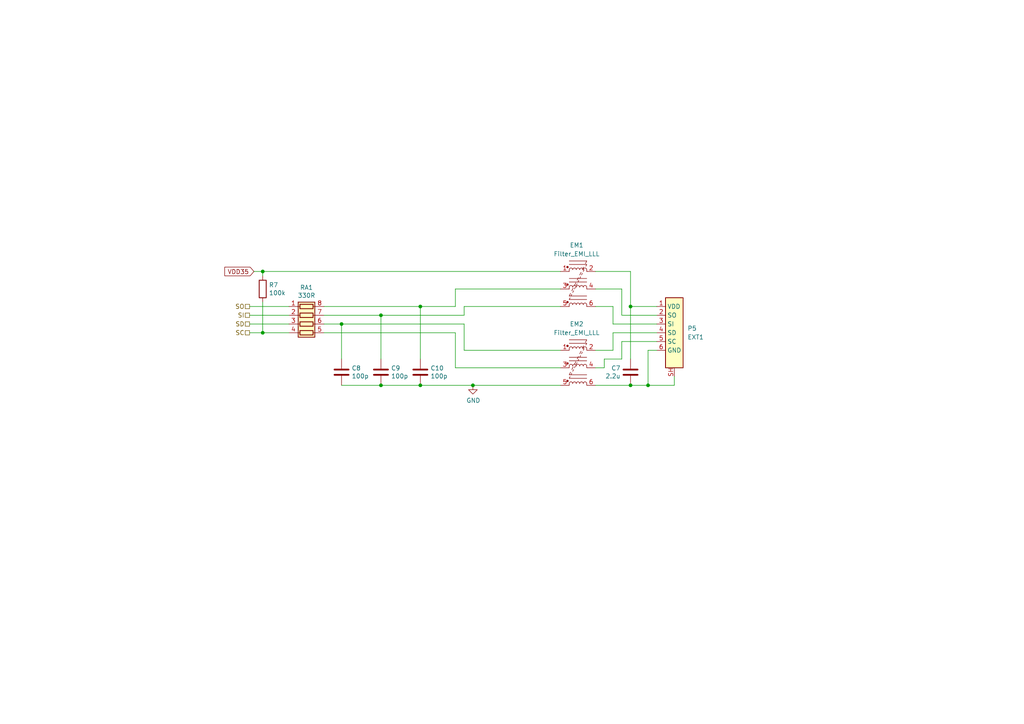
<source format=kicad_sch>
(kicad_sch (version 20230121) (generator eeschema)
  (paper "A4")
  (title_block (title "AGS-CPU-11") (date "2022-01-02") (rev "D") (company "https://gekkio.fi") (comment 1 "https://github.com/Gekkio/gb-schematics"))
  (lib_symbols
    (symbol "Device:C" (pin_numbers hide) (pin_names (offset 0.254))
      (property "Reference" "C" (at 0.635 2.54 0))
      (property "Value" "C" (at 0.635 -2.54 0))
      (symbol "C_0_1"
        (polyline (pts (xy -2.032 -0.762) (xy 2.032 -0.762)) (stroke (width 0.508)))
        (polyline (pts (xy -2.032 0.762) (xy 2.032 0.762)) (stroke (width 0.508)))
      )
      (symbol "C_1_1"
        (pin passive line (at 0 3.81 270) (length 2.794) (name "~") (number "1"))
        (pin passive line (at 0 -3.81 90) (length 2.794) (name "~") (number "2"))
      )
    )
    (symbol "Device:R" (pin_numbers hide) (pin_names (offset 0))
      (property "Reference" "R" (at 2.032 0 90))
      (property "Value" "R" (at 0 0 90))
      (symbol "R_0_1"
        (rectangle (start -1.016 -2.54) (end 1.016 2.54) (stroke (width 0.254)))
      )
      (symbol "R_1_1"
        (pin passive line (at 0 3.81 270) (length 1.27) (name "~") (number "1"))
        (pin passive line (at 0 -3.81 90) (length 1.27) (name "~") (number "2"))
      )
    )
    (symbol "Device:R_Pack04" (pin_names (offset 0) hide)
      (property "Reference" "RN" (at -7.62 0 90))
      (property "Value" "R_Pack04" (at 5.08 0 90))
      (symbol "R_Pack04_0_1"
        (rectangle (start -6.35 -2.413) (end 3.81 2.413) (stroke (width 0.254)) (fill (type background)))
        (rectangle (start -5.715 1.905) (end -4.445 -1.905) (stroke (width 0.254)))
        (rectangle (start -3.175 1.905) (end -1.905 -1.905) (stroke (width 0.254)))
        (rectangle (start -0.635 1.905) (end 0.635 -1.905) (stroke (width 0.254)))
        (polyline (pts (xy -5.08 -2.54) (xy -5.08 -1.905)))
        (polyline (pts (xy -5.08 1.905) (xy -5.08 2.54)))
        (polyline (pts (xy -2.54 -2.54) (xy -2.54 -1.905)))
        (polyline (pts (xy -2.54 1.905) (xy -2.54 2.54)))
        (polyline (pts (xy 0 -2.54) (xy 0 -1.905)))
        (polyline (pts (xy 0 1.905) (xy 0 2.54)))
        (polyline (pts (xy 2.54 -2.54) (xy 2.54 -1.905)))
        (polyline (pts (xy 2.54 1.905) (xy 2.54 2.54)))
        (rectangle (start 1.905 1.905) (end 3.175 -1.905) (stroke (width 0.254)))
      )
      (symbol "R_Pack04_1_1"
        (pin passive line (at -5.08 -5.08 90) (length 2.54) (name "R1.1") (number "1"))
        (pin passive line (at -2.54 -5.08 90) (length 2.54) (name "R2.1") (number "2"))
        (pin passive line (at 0 -5.08 90) (length 2.54) (name "R3.1") (number "3"))
        (pin passive line (at 2.54 -5.08 90) (length 2.54) (name "R4.1") (number "4"))
        (pin passive line (at 2.54 5.08 270) (length 2.54) (name "R4.2") (number "5"))
        (pin passive line (at 0 5.08 270) (length 2.54) (name "R3.2") (number "6"))
        (pin passive line (at -2.54 5.08 270) (length 2.54) (name "R2.2") (number "7"))
        (pin passive line (at -5.08 5.08 270) (length 2.54) (name "R1.2") (number "8"))
      )
    )
    (symbol "Gekkio_Connector_Specialized:GameBoy_LinkPort"
      (property "Reference" "J" (at 0 13.97 0))
      (property "Value" "GameBoy_LinkPort" (at 0 11.43 0))
      (symbol "GameBoy_LinkPort_0_1"
        (rectangle (start -2.54 10.16) (end 2.54 -10.16) (stroke (width 0.254)) (fill (type background)))
      )
      (symbol "GameBoy_LinkPort_1_1"
        (pin passive line (at -5.08 7.62 0) (length 2.54) (name "VDD") (number "1"))
        (pin passive line (at -5.08 5.08 0) (length 2.54) (name "SO") (number "2"))
        (pin passive line (at -5.08 2.54 0) (length 2.54) (name "SI") (number "3"))
        (pin passive line (at -5.08 0 0) (length 2.54) (name "SD") (number "4"))
        (pin passive line (at -5.08 -2.54 0) (length 2.54) (name "SC") (number "5"))
        (pin passive line (at -5.08 -5.08 0) (length 2.54) (name "GND") (number "6"))
        (pin passive line (at 0 -12.7 90) (length 2.54) (name "~") (number "SH"))
      )
    )
    (symbol "Gekkio_Device:Filter_EMI_LLL" (pin_names (offset 0.254) hide)
      (property "Reference" "FL" (at 0 9.906 0))
      (property "Value" "Filter_EMI_LLL" (at 0 -8.128 0))
      (symbol "Filter_EMI_LLL_0_1"
        (circle (center -3.048 -3.81) (radius 0.254) (fill (type outline)))
        (circle (center -3.048 1.27) (radius 0.254) (fill (type outline)))
        (circle (center -3.048 6.35) (radius 0.254) (fill (type outline)))
        (arc (start -1.524 -4.572) (mid -2.032 -4.0662) (end -2.54 -4.572))
        (arc (start -1.524 0.508) (mid -2.032 1.0138) (end -2.54 0.508))
        (arc (start -1.524 5.588) (mid -2.032 6.0938) (end -2.54 5.588))
        (arc (start -0.508 -4.572) (mid -1.016 -4.0662) (end -1.524 -4.572))
        (arc (start -0.508 0.508) (mid -1.016 1.0138) (end -1.524 0.508))
        (arc (start -0.508 5.588) (mid -1.016 6.0938) (end -1.524 5.588))
        (polyline (pts (xy -2.54 -4.572) (xy -2.54 -5.08)))
        (polyline (pts (xy -2.54 -3.048) (xy -2.286 -2.54)))
        (polyline (pts (xy -2.54 -2.032) (xy -2.159 -1.27)))
        (polyline (pts (xy -2.54 -2.032) (xy 2.54 -2.032)))
        (polyline (pts (xy -2.54 0.508) (xy -2.54 0)))
        (polyline (pts (xy -2.54 3.048) (xy 2.54 3.048)))
        (polyline (pts (xy -2.54 5.588) (xy -2.54 5.08)))
        (polyline (pts (xy -2.54 7.112) (xy 2.54 7.112)))
        (polyline (pts (xy -2.54 8.128) (xy 2.54 8.128)))
        (polyline (pts (xy -2.032 -2.032) (xy -1.778 -1.524)))
        (polyline (pts (xy -1.778 -0.508) (xy -1.397 0.254)))
        (polyline (pts (xy -1.524 -1.016) (xy -1.27 -0.508)))
        (polyline (pts (xy -1.016 0) (xy -0.762 0.508)))
        (polyline (pts (xy -1.016 1.016) (xy -0.635 1.778)))
        (polyline (pts (xy -0.508 1.016) (xy -0.254 1.524)))
        (polyline (pts (xy -0.254 2.54) (xy 0.127 3.302)))
        (polyline (pts (xy 0 2.032) (xy 0.254 2.54)))
        (polyline (pts (xy 0.508 3.048) (xy 0.762 3.556)))
        (polyline (pts (xy 0.508 4.064) (xy 0.889 4.826)))
        (polyline (pts (xy 1.016 4.064) (xy 1.27 4.572)))
        (polyline (pts (xy 1.27 5.588) (xy 1.651 6.35)))
        (polyline (pts (xy 1.524 5.08) (xy 1.778 5.588)))
        (polyline (pts (xy 2.54 -4.572) (xy 2.54 -5.08)))
        (polyline (pts (xy 2.54 -3.048) (xy -2.54 -3.048)))
        (polyline (pts (xy 2.54 0.508) (xy 2.54 0)))
        (polyline (pts (xy 2.54 2.032) (xy -2.54 2.032)))
        (polyline (pts (xy 2.54 5.588) (xy 2.54 5.08)))
        (polyline (pts (xy 2.54 7.112) (xy 2.286 6.604)))
        (polyline (pts (xy 2.54 8.128) (xy 2.159 7.366)))
        (arc (start 0.508 -4.572) (mid 0 -4.0662) (end -0.508 -4.572))
        (arc (start 0.508 0.508) (mid 0 1.0138) (end -0.508 0.508))
        (arc (start 0.508 5.588) (mid 0 6.0938) (end -0.508 5.588))
        (arc (start 1.524 -4.572) (mid 1.016 -4.0662) (end 0.508 -4.572))
        (arc (start 1.524 0.508) (mid 1.016 1.0138) (end 0.508 0.508))
        (arc (start 1.524 5.588) (mid 1.016 6.0938) (end 0.508 5.588))
        (arc (start 2.54 -4.572) (mid 2.032 -4.0662) (end 1.524 -4.572))
        (arc (start 2.54 0.508) (mid 2.032 1.0138) (end 1.524 0.508))
        (arc (start 2.54 5.588) (mid 2.032 6.0938) (end 1.524 5.588))
      )
      (symbol "Filter_EMI_LLL_1_1"
        (pin passive line (at -5.08 5.08 0) (length 2.54) (name "1") (number "1"))
        (pin passive line (at 5.08 5.08 180) (length 2.54) (name "2") (number "2"))
        (pin passive line (at -5.08 0 0) (length 2.54) (name "3") (number "3"))
        (pin passive line (at 5.08 0 180) (length 2.54) (name "4") (number "4"))
        (pin passive line (at -5.08 -5.08 0) (length 2.54) (name "5") (number "5"))
        (pin passive line (at 5.08 -5.08 180) (length 2.54) (name "6") (number "6"))
      )
    )
    (symbol "power:GND" (power) (pin_names (offset 0))
      (property "Value" "GND" (at 0 -3.81 0))
      (symbol "GND_0_1"
        (polyline (pts (xy 0 0) (xy 0 -1.27) (xy 1.27 -1.27) (xy 0 -2.54) (xy -1.27 -1.27) (xy 0 -1.27)))
      )
      (symbol "GND_1_1"
        (pin power_in line (at 0 0 270) (length 0) hide (name "GND") (number "1"))
      )
    )
  )
  (junction (at 182.88 111.76))
  (junction (at 121.92 111.76))
  (junction (at 187.96 111.76))
  (junction (at 182.88 88.9))
  (junction (at 110.49 111.76))
  (junction (at 110.49 91.44))
  (junction (at 99.06 93.98))
  (junction (at 76.2 96.52))
  (junction (at 121.92 88.9))
  (junction (at 76.2 78.74))
  (junction (at 137.16 111.76))
  (wire (pts (xy 180.34 99.06) (xy 180.34 104.14)))
  (wire (pts (xy 76.2 96.52) (xy 83.82 96.52)))
  (wire (pts (xy 99.06 93.98) (xy 99.06 104.14)))
  (wire (pts (xy 175.26 104.14) (xy 175.26 106.68)))
  (wire (pts (xy 73.66 78.74) (xy 76.2 78.74)))
  (wire (pts (xy 180.34 83.82) (xy 180.34 91.44)))
  (wire (pts (xy 175.26 106.68) (xy 172.72 106.68)))
  (wire (pts (xy 175.26 104.14) (xy 180.34 104.14)))
  (wire (pts (xy 177.8 96.52) (xy 177.8 101.6)))
  (wire (pts (xy 180.34 99.06) (xy 190.5 99.06)))
  (wire (pts (xy 72.39 96.52) (xy 76.2 96.52)))
  (wire (pts (xy 121.92 111.76) (xy 137.16 111.76)))
  (wire (pts (xy 195.58 109.22) (xy 195.58 111.76)))
  (wire (pts (xy 180.34 91.44) (xy 190.5 91.44)))
  (wire (pts (xy 121.92 88.9) (xy 121.92 104.14)))
  (wire (pts (xy 134.62 101.6) (xy 162.56 101.6)))
  (wire (pts (xy 93.98 93.98) (xy 99.06 93.98)))
  (wire (pts (xy 134.62 88.9) (xy 162.56 88.9)))
  (wire (pts (xy 110.49 111.76) (xy 121.92 111.76)))
  (wire (pts (xy 93.98 96.52) (xy 132.08 96.52)))
  (wire (pts (xy 132.08 83.82) (xy 132.08 88.9)))
  (wire (pts (xy 195.58 111.76) (xy 187.96 111.76)))
  (wire (pts (xy 137.16 111.76) (xy 162.56 111.76)))
  (wire (pts (xy 76.2 96.52) (xy 76.2 87.63)))
  (wire (pts (xy 182.88 88.9) (xy 182.88 104.14)))
  (wire (pts (xy 76.2 78.74) (xy 162.56 78.74)))
  (wire (pts (xy 99.06 93.98) (xy 134.62 93.98)))
  (wire (pts (xy 99.06 111.76) (xy 110.49 111.76)))
  (wire (pts (xy 182.88 78.74) (xy 172.72 78.74)))
  (wire (pts (xy 110.49 91.44) (xy 110.49 104.14)))
  (wire (pts (xy 132.08 96.52) (xy 132.08 106.68)))
  (wire (pts (xy 72.39 91.44) (xy 83.82 91.44)))
  (wire (pts (xy 93.98 91.44) (xy 110.49 91.44)))
  (wire (pts (xy 177.8 88.9) (xy 177.8 93.98)))
  (wire (pts (xy 72.39 93.98) (xy 83.82 93.98)))
  (wire (pts (xy 172.72 111.76) (xy 182.88 111.76)))
  (wire (pts (xy 121.92 88.9) (xy 132.08 88.9)))
  (wire (pts (xy 177.8 88.9) (xy 172.72 88.9)))
  (wire (pts (xy 132.08 106.68) (xy 162.56 106.68)))
  (wire (pts (xy 134.62 93.98) (xy 134.62 101.6)))
  (wire (pts (xy 134.62 88.9) (xy 134.62 91.44)))
  (wire (pts (xy 180.34 83.82) (xy 172.72 83.82)))
  (wire (pts (xy 76.2 80.01) (xy 76.2 78.74)))
  (wire (pts (xy 72.39 88.9) (xy 83.82 88.9)))
  (wire (pts (xy 182.88 88.9) (xy 190.5 88.9)))
  (wire (pts (xy 187.96 101.6) (xy 190.5 101.6)))
  (wire (pts (xy 110.49 91.44) (xy 134.62 91.44)))
  (wire (pts (xy 177.8 101.6) (xy 172.72 101.6)))
  (wire (pts (xy 177.8 93.98) (xy 190.5 93.98)))
  (wire (pts (xy 182.88 78.74) (xy 182.88 88.9)))
  (wire (pts (xy 162.56 83.82) (xy 132.08 83.82)))
  (wire (pts (xy 187.96 111.76) (xy 182.88 111.76)))
  (wire (pts (xy 93.98 88.9) (xy 121.92 88.9)))
  (wire (pts (xy 177.8 96.52) (xy 190.5 96.52)))
  (wire (pts (xy 187.96 101.6) (xy 187.96 111.76)))
  (global_label "VDD35" (shape input) (at 73.66 78.74 180) (property "Intersheetrefs" "${INTERSHEET_REFS}" (effects hide)))
  (hierarchical_label "SI" (shape passive) (at 72.39 91.44 180))
  (hierarchical_label "SD" (shape passive) (at 72.39 93.98 180))
  (hierarchical_label "SC" (shape passive) (at 72.39 96.52 180))
  (hierarchical_label "SO" (shape passive) (at 72.39 88.9 180))
  (symbol (lib_id "Gekkio_Connector_Specialized:GameBoy_LinkPort") (at 195.58 96.52 0) (unit 1)
    (property "Reference" "P5" (at 199.39 95.2499 0) (effects (justify left)))
    (property "Value" "EXT1" (at 199.39 97.7899 0) (effects (justify left)))
  )
  (symbol (lib_id "Device:C") (at 182.88 107.95 0) (unit 1)
    (property "Reference" "C7" (at 179.9844 106.7816 0) (effects (justify right)))
    (property "Value" "2.2u" (at 179.9844 109.093 0) (effects (justify right)))
  )
  (symbol (lib_id "power:GND") (at 137.16 111.76 0) (unit 1)
    (property "Reference" "#PWR0101" (effects hide))
    (property "Value" "GND" (at 137.287 116.1542 0))
  )
  (symbol (lib_id "Device:R_Pack04") (at 88.9 93.98 270) (unit 1)
    (property "Reference" "RA1" (at 88.9 83.3882 90))
    (property "Value" "330R" (at 88.9 85.6996 90))
  )
  (symbol (lib_id "Device:C") (at 99.06 107.95 0) (unit 1)
    (property "Reference" "C8" (at 101.981 106.7816 0) (effects (justify left)))
    (property "Value" "100p" (at 101.981 109.093 0) (effects (justify left)))
  )
  (symbol (lib_id "Device:C") (at 110.49 107.95 0) (unit 1)
    (property "Reference" "C9" (at 113.411 106.7816 0) (effects (justify left)))
    (property "Value" "100p" (at 113.411 109.093 0) (effects (justify left)))
  )
  (symbol (lib_id "Device:C") (at 121.92 107.95 0) (unit 1)
    (property "Reference" "C10" (at 124.841 106.7816 0) (effects (justify left)))
    (property "Value" "100p" (at 124.841 109.093 0) (effects (justify left)))
  )
  (symbol (lib_id "Gekkio_Device:Filter_EMI_LLL") (at 167.64 83.82 0) (unit 1)
    (property "Reference" "EM1" (at 167.259 71.12 0))
    (property "Value" "Filter_EMI_LLL" (at 167.259 73.66 0))
  )
  (symbol (lib_id "Gekkio_Device:Filter_EMI_LLL") (at 167.64 106.68 0) (unit 1)
    (property "Reference" "EM2" (at 167.259 93.98 0))
    (property "Value" "Filter_EMI_LLL" (at 167.259 96.52 0))
  )
  (symbol (lib_id "Device:R") (at 76.2 83.82 0) (unit 1)
    (property "Reference" "R7" (at 77.978 82.6516 0) (effects (justify left)))
    (property "Value" "100k" (at 77.978 84.963 0) (effects (justify left)))
  )
)
</source>
